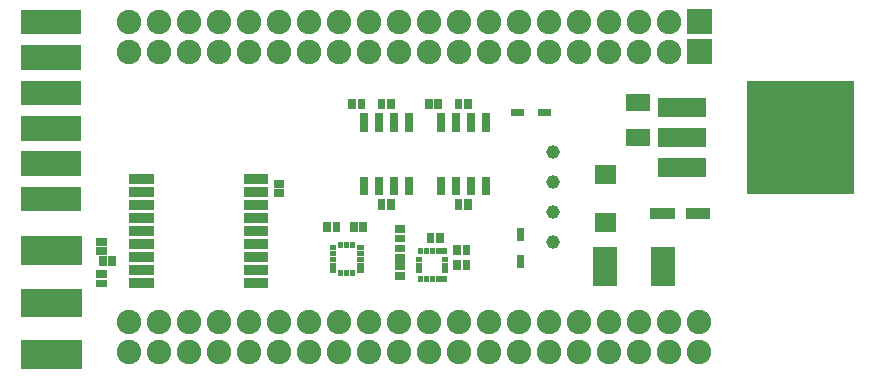
<source format=gbr>
G04 start of page 6 for group -4063 idx -4063 *
G04 Title: (unknown), componentmask *
G04 Creator: pcb 20140316 *
G04 CreationDate: mer. 15 juil. 2015 12:59:16 GMT UTC *
G04 For: clement *
G04 Format: Gerber/RS-274X *
G04 PCB-Dimensions (mil): 3023.62 1342.52 *
G04 PCB-Coordinate-Origin: lower left *
%MOIN*%
%FSLAX25Y25*%
%LNTOPMASK*%
%ADD80R,0.3573X0.3573*%
%ADD79R,0.0621X0.0621*%
%ADD78R,0.0802X0.0802*%
%ADD77R,0.0628X0.0628*%
%ADD76R,0.0572X0.0572*%
%ADD75R,0.0227X0.0227*%
%ADD74R,0.0932X0.0932*%
%ADD73R,0.0817X0.0817*%
%ADD72R,0.0981X0.0981*%
%ADD71R,0.0187X0.0187*%
%ADD70R,0.0345X0.0345*%
%ADD69R,0.0266X0.0266*%
%ADD68R,0.0257X0.0257*%
%ADD67R,0.0168X0.0168*%
%ADD66C,0.0001*%
%ADD65C,0.0463*%
%ADD64C,0.0817*%
G54D64*X111575Y110630D03*
X101575D03*
X91575D03*
X81575D03*
X71575D03*
X61575D03*
X51575D03*
Y20630D03*
X61575D03*
X71575D03*
X81575D03*
X91575D03*
X101575D03*
X111575D03*
X121575D03*
X131575D03*
X141575D03*
X151575D03*
X161575D03*
X171575D03*
X181575D03*
X191575D03*
X201575D03*
X211575D03*
G54D65*X192677Y47244D03*
Y57244D03*
Y67244D03*
Y77244D03*
G54D64*X221575Y20630D03*
X231575D03*
X241575D03*
X131575Y120630D03*
X121575D03*
X111575D03*
X101575D03*
X91575D03*
X81575D03*
X71575D03*
X61575D03*
X51575D03*
Y10630D03*
X61575D03*
X71575D03*
X81575D03*
X91575D03*
X101575D03*
X111575D03*
X121575D03*
X131575D03*
X141575D03*
X151575D03*
X161575D03*
X171575D03*
X181575D03*
X191575D03*
X201575D03*
X211575D03*
X221575D03*
X231575D03*
X241575D03*
X161575Y110630D03*
X151575D03*
X141575D03*
X131575D03*
X121575D03*
X211575D03*
X201575D03*
X191575D03*
X181575D03*
G54D66*G36*
X237488Y114717D02*Y106543D01*
X245662D01*
Y114717D01*
X237488D01*
G37*
G54D64*X231575Y110630D03*
X221575D03*
G54D66*G36*
X237488Y124717D02*Y116543D01*
X245662D01*
Y124717D01*
X237488D01*
G37*
G54D64*X231575Y120630D03*
X221575D03*
X211575D03*
X201575D03*
X171575Y110630D03*
Y120630D03*
X191575D03*
X181575D03*
X161575D03*
X151575D03*
X141575D03*
G54D67*X119193Y37500D02*X119587D01*
X128445D02*X128839D01*
X128445Y39469D02*X128839D01*
X119193Y45374D02*X119587D01*
X119193Y43406D02*X119587D01*
X119193Y41437D02*X119587D01*
X119193Y39469D02*X119587D01*
X128445Y41437D02*X128839D01*
G54D68*X129527Y52657D02*Y51871D01*
X126379Y52657D02*Y51871D01*
G54D69*X129764Y67520D02*Y63976D01*
X134764Y67520D02*Y63976D01*
X139764Y67520D02*Y63976D01*
G54D67*X128445Y45374D02*X128839D01*
X125984Y46260D02*Y45866D01*
X124016Y46260D02*Y45866D01*
X122047Y46260D02*Y45866D01*
G54D68*X120668Y52657D02*Y51871D01*
X138838Y60039D02*Y59253D01*
X135690Y60039D02*Y59253D01*
G54D69*X155354Y88780D02*Y85236D01*
G54D68*X154586Y93503D02*Y92717D01*
X151438Y93503D02*Y92717D01*
G54D67*X128445Y43406D02*X128839D01*
X152559Y44291D02*Y43898D01*
Y35039D02*Y34646D01*
X154528Y35039D02*Y34646D01*
X156496Y35039D02*Y34646D01*
X150591Y44291D02*Y43898D01*
X148622Y44291D02*Y43898D01*
X148031Y41437D02*X148425D01*
X148622Y35039D02*Y34646D01*
X150591Y35039D02*Y34646D01*
X148031Y39469D02*X148425D01*
X148031Y37500D02*X148425D01*
X156693D02*X157087D01*
X156693Y39469D02*X157087D01*
X156693Y41437D02*X157087D01*
G54D68*X141339Y48327D02*X142125D01*
X141339Y51475D02*X142125D01*
X141339Y41832D02*X142125D01*
X141339Y44980D02*X142125D01*
X141339Y39074D02*X142125D01*
X141339Y35926D02*X142125D01*
G54D69*X144764Y67520D02*Y63976D01*
Y88780D02*Y85236D01*
G54D68*X135690Y93503D02*Y92717D01*
X138838Y93503D02*Y92717D01*
G54D69*X139764Y88780D02*Y85236D01*
G54D68*X128995Y93503D02*Y92717D01*
X125847Y93503D02*Y92717D01*
G54D69*X134764Y88780D02*Y85236D01*
X129764Y88780D02*Y85236D01*
G54D67*X122047Y37008D02*Y36614D01*
X124016Y37008D02*Y36614D01*
X125984Y37008D02*Y36614D01*
G54D68*X117520Y52657D02*Y51871D01*
G54D70*X91417Y33425D02*X96142D01*
X91417Y37756D02*X96142D01*
X91417Y42087D02*X96142D01*
G54D71*X91417Y33425D02*X96142D01*
X91417Y37756D02*X96142D01*
X91417Y42087D02*X96142D01*
G54D70*X91417Y46417D02*X96142D01*
G54D71*X91417D02*X96142D01*
G54D70*X91417Y50748D02*X96142D01*
G54D71*X91417D02*X96142D01*
G54D72*X20344Y44222D02*X30837D01*
G54D73*X19685Y61417D02*X31496D01*
G54D74*X20098Y26969D02*X31083D01*
G54D72*X20344Y9715D02*X30837D01*
G54D73*X19685Y73228D02*X31496D01*
X19685Y85039D02*X31496D01*
X19685Y96850D02*X31496D01*
X19685Y108661D02*X31496D01*
X19685Y120472D02*X31496D01*
G54D68*X41930Y44095D02*X42716D01*
X41930Y47243D02*X42716D01*
X42717Y41141D02*Y40355D01*
X45865Y41141D02*Y40355D01*
X41930Y33269D02*X42716D01*
X41930Y36417D02*X42716D01*
G54D70*X53228Y59409D02*X57953D01*
G54D71*X53228D02*X57953D01*
G54D70*X53228Y42087D02*X57953D01*
X53228Y37756D02*X57953D01*
X53228Y33425D02*X57953D01*
G54D71*X53228Y42087D02*X57953D01*
X53228Y37756D02*X57953D01*
X53228Y33425D02*X57953D01*
G54D70*X53228Y55079D02*X57953D01*
X53228Y50748D02*X57953D01*
X53228Y46417D02*X57953D01*
G54D71*X53228Y55079D02*X57953D01*
X53228Y50748D02*X57953D01*
X53228Y46417D02*X57953D01*
G54D70*X91417Y55079D02*X96142D01*
X91417Y59409D02*X96142D01*
G54D71*X91417Y55079D02*X96142D01*
X91417Y59409D02*X96142D01*
G54D70*X91417Y63740D02*X96142D01*
X91417Y68071D02*X96142D01*
G54D71*X91417Y63740D02*X96142D01*
X91417Y68071D02*X96142D01*
G54D68*X101182Y63386D02*X101968D01*
X101182Y66534D02*X101968D01*
G54D70*X53228Y68071D02*X57953D01*
G54D71*X53228D02*X57953D01*
G54D70*X53228Y63740D02*X57953D01*
G54D71*X53228D02*X57953D01*
G54D75*X180118Y90197D02*X182087D01*
X188976D02*X190945D01*
G54D69*X155354Y67520D02*Y63976D01*
X160354Y67520D02*Y63976D01*
X165354Y67520D02*Y63976D01*
X170354Y67520D02*Y63976D01*
G54D68*X161280Y93503D02*Y92717D01*
X164428Y93503D02*Y92717D01*
G54D69*X170354Y88780D02*Y85236D01*
X165354Y88780D02*Y85236D01*
X160354Y88780D02*Y85236D01*
G54D76*X220079Y81891D02*X222441D01*
X220079Y93701D02*X222441D01*
G54D77*X209921Y69685D02*X210551D01*
X209921Y53701D02*X210551D01*
G54D78*X210236Y41339D02*Y36614D01*
X229528Y41339D02*Y36614D01*
G54D79*X230906Y91890D02*X240748D01*
X230906Y81890D02*X240748D01*
X230906Y71890D02*X240748D01*
G54D70*X238780Y56693D02*X243504D01*
X226969D02*X231693D01*
G54D80*X275197Y82874D02*Y80906D01*
G54D68*X161280Y60039D02*Y59253D01*
X164428Y60039D02*Y59253D01*
X160828Y39862D02*Y39076D01*
X163976Y39862D02*Y39076D01*
G54D75*X182087Y50591D02*Y48622D01*
Y41732D02*Y39764D01*
G54D68*X160828Y44783D02*Y43997D01*
X163976Y44783D02*Y43997D01*
G54D67*X156496Y44291D02*Y43898D01*
X154528Y44291D02*Y43898D01*
G54D68*X151969Y48720D02*Y47934D01*
X155117Y48720D02*Y47934D01*
M02*

</source>
